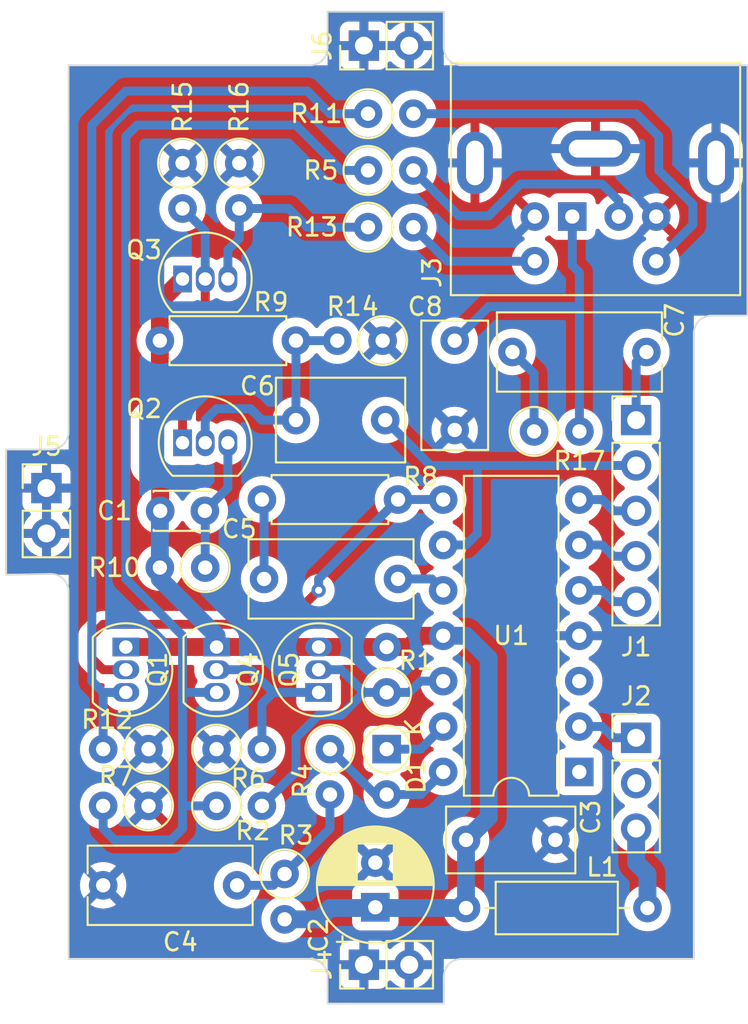
<source format=kicad_pcb>
(kicad_pcb (version 20221018) (generator pcbnew)
  (layers (0 "F.Cu" signal) (31 "B.Cu" signal) (34 "B.Paste" user) (35 "F.Paste" user) (36 "B.SilkS" user "B.Silkscreen") (37 "F.SilkS" user "F.Silkscreen") (38 "B.Mask" user) (39 "F.Mask" user) (44 "Edge.Cuts" user))
  (net 0 "")
  (net 1 "+5V")
  (net 2 "Net-(Q2-E)")
  (net 3 "GND")
  (net 4 "Net-(C4-Pad2)")
  (net 5 "Net-(C5-Pad1)")
  (net 6 "Net-(U1-Ci)")
  (net 7 "Net-(Q2-B)")
  (net 8 "/Luma")
  (net 9 "Net-(C7-Pad1)")
  (net 10 "/Audio in")
  (net 11 "/Audio out")
  (net 12 "Net-(D1-K)")
  (net 13 "Net-(D1-A)")
  (net 14 "/Phase A")
  (net 15 "/Color Ref")
  (net 16 "/Phase B")
  (net 17 "/Clk 3.58 MHz")
  (net 18 "/Ch. Switch")
  (net 19 "/+5V in")
  (net 20 "/Composite_out")
  (net 21 "/Luma_out")
  (net 22 "Net-(Q1-B)")
  (net 23 "Net-(Q1-E)")
  (net 24 "Net-(Q2-C)")
  (net 25 "Net-(Q3-E)")
  (net 26 "Net-(Q4-C)")
  (net 27 "Net-(Q4-B)")
  (net 28 "Net-(Q5-E)")
  (net 31 "/Chroma_out")
  (footprint "Capacitor_THT:C_Rect_L9.0mm_W4.2mm_P7.50mm_MKT" (layer "F.Cu") (at 224.85 66.04)
    (fp_text reference "C7" (at 9.084 -1.778 -90) (layer "F.SilkS"))
    (fp_text value "100n")
    (pad "1" thru_hole circle (at 0 0) (size 1.6 1.6) (drill 0.8) (layers "*.Cu" "*.Mask") (net 9 "Net-(C7-Pad1)"))
    (pad "2" thru_hole circle (at 7.5 0) (size 1.6 1.6) (drill 0.8) (layers "*.Cu" "*.Mask") (net 10 "/Audio in"))
  )
  (footprint "Resistor_THT:R_Axial_DIN0207_L6.3mm_D2.5mm_P2.54mm_Vertical" (layer "F.Cu") (at 204.47 88.265 180)
    (fp_text reference "R12" (at 2.315 1.651) (layer "F.SilkS"))
    (fp_text value "470R")
    (pad "1" thru_hole circle (at 0 0 180) (size 1.6 1.6) (drill 0.8) (layers "*.Cu" "*.Mask") (net 3 "GND"))
    (pad "2" thru_hole oval (at 2.54 0 180) (size 1.6 1.6) (drill 0.8) (layers "*.Cu" "*.Mask") (net 23 "Net-(Q1-E)"))
  )
  (footprint "Connector_PinHeader_2.54mm:PinHeader_1x02_P2.54mm_Vertical" (layer "F.Cu") (at 216.53 48.895 90)
    (fp_text reference "J6" (at 0 -2.33 90) (layer "F.SilkS"))
    (fp_text value "GND_N")
    (pad "1" thru_hole rect (at 0 0 90) (size 1.7 1.7) (drill 1) (layers "*.Cu" "*.Mask") (net 3 "GND"))
    (pad "2" thru_hole oval (at 0 2.54 90) (size 1.7 1.7) (drill 1) (layers "*.Cu" "*.Mask") (net 3 "GND"))
  )
  (footprint "Capacitor_THT:C_Disc_D3.0mm_W2.0mm_P2.50mm" (layer "F.Cu") (at 205.125 74.93)
    (fp_text reference "C1" (at -2.56 0) (layer "F.SilkS"))
    (fp_text value "100p")
    (pad "1" thru_hole circle (at 0 0) (size 1.6 1.6) (drill 0.8) (layers "*.Cu" "*.Mask") (net 1 "+5V"))
    (pad "2" thru_hole circle (at 2.5 0) (size 1.6 1.6) (drill 0.8) (layers "*.Cu" "*.Mask") (net 2 "Net-(Q2-E)"))
  )
  (footprint "Capacitor_THT:CP_Radial_D6.3mm_P2.50mm" (layer "F.Cu") (at 217.17 97.115 90)
    (fp_text reference "C2" (at -1.564 -3.175 90) (layer "F.SilkS"))
    (fp_text value "220u")
    (pad "1" thru_hole rect (at 0 0 90) (size 1.6 1.6) (drill 0.8) (layers "*.Cu" "*.Mask") (net 1 "+5V"))
    (pad "2" thru_hole circle (at 2.5 0 90) (size 1.6 1.6) (drill 0.8) (layers "*.Cu" "*.Mask") (net 3 "GND"))
  )
  (footprint "Connector_PinHeader_2.54mm:PinHeader_1x02_P2.54mm_Vertical" (layer "F.Cu") (at 216.53 100.33 90)
    (fp_text reference "J4" (at 0 -2.33 90) (layer "F.SilkS"))
    (fp_text value "GND_S")
    (pad "1" thru_hole rect (at 0 0 90) (size 1.7 1.7) (drill 1) (layers "*.Cu" "*.Mask") (net 3 "GND"))
    (pad "2" thru_hole oval (at 0 2.54 90) (size 1.7 1.7) (drill 1) (layers "*.Cu" "*.Mask") (net 3 "GND"))
  )
  (footprint "Package_DIP:DIP-14_W7.62mm" (layer "F.Cu") (at 228.59 89.54 180)
    (fp_text reference "U1" (at 3.81 7.625) (layer "F.SilkS"))
    (fp_text value "MC1372P")
    (pad "1" thru_hole rect (at 0 0 180) (size 1.6 1.6) (drill 0.8) (layers "*.Cu" "*.Mask"))
    (pad "2" thru_hole oval (at 0 2.54 180) (size 1.6 1.6) (drill 0.8) (layers "*.Cu" "*.Mask") (net 17 "/Clk 3.58 MHz"))
    (pad "3" thru_hole oval (at 0 5.08 180) (size 1.6 1.6) (drill 0.8) (layers "*.Cu" "*.Mask"))
    (pad "4" thru_hole oval (at 0 7.62 180) (size 1.6 1.6) (drill 0.8) (layers "*.Cu" "*.Mask") (net 3 "GND"))
    (pad "5" thru_hole oval (at 0 10.16 180) (size 1.6 1.6) (drill 0.8) (layers "*.Cu" "*.Mask") (net 16 "/Phase B"))
    (pad "6" thru_hole oval (at 0 12.7 180) (size 1.6 1.6) (drill 0.8) (layers "*.Cu" "*.Mask") (net 15 "/Color Ref"))
    (pad "7" thru_hole oval (at 0 15.24 180) (size 1.6 1.6) (drill 0.8) (layers "*.Cu" "*.Mask") (net 14 "/Phase A"))
    (pad "8" thru_hole oval (at 7.62 15.24 180) (size 1.6 1.6) (drill 0.8) (layers "*.Cu" "*.Mask") (net 22 "Net-(Q1-B)"))
    (pad "9" thru_hole oval (at 7.62 12.7 180) (size 1.6 1.6) (drill 0.8) (layers "*.Cu" "*.Mask") (net 8 "/Luma"))
    (pad "10" thru_hole oval (at 7.62 10.16 180) (size 1.6 1.6) (drill 0.8) (layers "*.Cu" "*.Mask") (net 6 "Net-(U1-Ci)"))
    (pad "11" thru_hole oval (at 7.62 7.62 180) (size 1.6 1.6) (drill 0.8) (layers "*.Cu" "*.Mask") (net 1 "+5V"))
    (pad "12" thru_hole oval (at 7.62 5.08 180) (size 1.6 1.6) (drill 0.8) (layers "*.Cu" "*.Mask") (net 27 "Net-(Q4-B)"))
    (pad "13" thru_hole oval (at 7.62 2.54 180) (size 1.6 1.6) (drill 0.8) (layers "*.Cu" "*.Mask") (net 12 "Net-(D1-K)"))
    (pad "14" thru_hole oval (at 7.62 0 180) (size 1.6 1.6) (drill 0.8) (layers "*.Cu" "*.Mask") (net 13 "Net-(D1-A)"))
  )
  (footprint "Resistor_THT:R_Axial_DIN0207_L6.3mm_D2.5mm_P2.54mm_Vertical" (layer "F.Cu") (at 206.375 55.47 -90)
    (fp_text reference "R15" (at -3.146 0 -270) (layer "F.SilkS"))
    (fp_text value "680R")
    (pad "1" thru_hole circle (at 0 0 270) (size 1.6 1.6) (drill 0.8) (layers "*.Cu" "*.Mask") (net 3 "GND"))
    (pad "2" thru_hole oval (at 2.54 0 270) (size 1.6 1.6) (drill 0.8) (layers "*.Cu" "*.Mask") (net 24 "Net-(Q2-C)"))
  )
  (footprint "Resistor_THT:R_Axial_DIN0207_L6.3mm_D2.5mm_P2.54mm_Vertical" (layer "F.Cu") (at 226.06 70.485)
    (fp_text reference "R17" (at 2.54 1.651) (layer "F.SilkS"))
    (fp_text value "3k9")
    (pad "1" thru_hole circle (at 0 0) (size 1.6 1.6) (drill 0.8) (layers "*.Cu" "*.Mask") (net 9 "Net-(C7-Pad1)"))
    (pad "2" thru_hole oval (at 2.54 0) (size 1.6 1.6) (drill 0.8) (layers "*.Cu" "*.Mask") (net 11 "/Audio out"))
  )
  (footprint "Inductor_THT:L_Axial_L6.6mm_D2.7mm_P10.16mm_Horizontal_Vishay_IM-2" (layer "F.Cu") (at 232.41 97.155 180)
    (fp_text reference "L1" (at 2.54 2.286) (layer "F.SilkS"))
    (fp_text value "10u")
    (pad "1" thru_hole circle (at 0 0 180) (size 1.6 1.6) (drill 0.8) (layers "*.Cu" "*.Mask") (net 19 "/+5V in"))
    (pad "2" thru_hole oval (at 10.16 0 180) (size 1.6 1.6) (drill 0.8) (layers "*.Cu" "*.Mask") (net 1 "+5V"))
  )
  (footprint "Resistor_THT:R_Axial_DIN0207_L6.3mm_D2.5mm_P2.54mm_Vertical" (layer "F.Cu") (at 208.28 88.265)
    (fp_text reference "R6" (at 1.778 1.651) (layer "F.SilkS"))
    (fp_text value "3k3")
    (pad "1" thru_hole circle (at 0 0) (size 1.6 1.6) (drill 0.8) (layers "*.Cu" "*.Mask") (net 3 "GND"))
    (pad "2" thru_hole oval (at 2.54 0) (size 1.6 1.6) (drill 0.8) (layers "*.Cu" "*.Mask") (net 26 "Net-(Q4-C)"))
  )
  (footprint "Package_TO_SOT_THT:TO-92_Inline" (layer "F.Cu") (at 213.995 85.09 90)
    (fp_text reference "Q4" (at 1.27 -3.937 90) (layer "F.SilkS"))
    (fp_text value "BC557")
    (pad "1" thru_hole rect (at 0 0 90) (size 1.05 1.5) (drill 0.75) (layers "*.Cu" "*.Mask") (net 26 "Net-(Q4-C)"))
    (pad "2" thru_hole oval (at 1.27 0 90) (size 1.05 1.5) (drill 0.75) (layers "*.Cu" "*.Mask") (net 27 "Net-(Q4-B)"))
    (pad "3" thru_hole oval (at 2.54 0 90) (size 1.05 1.5) (drill 0.75) (layers "*.Cu" "*.Mask") (net 1 "+5V"))
  )
  (footprint "Resistor_THT:R_Axial_DIN0207_L6.3mm_D2.5mm_P2.54mm_Vertical" (layer "F.Cu") (at 204.47 91.44 180)
    (fp_text reference "R7" (at 1.807 1.651) (layer "F.SilkS"))
    (fp_text value "470R")
    (pad "1" thru_hole circle (at 0 0 180) (size 1.6 1.6) (drill 0.8) (layers "*.Cu" "*.Mask") (net 3 "GND"))
    (pad "2" thru_hole oval (at 2.54 0 180) (size 1.6 1.6) (drill 0.8) (layers "*.Cu" "*.Mask") (net 28 "Net-(Q5-E)"))
  )
  (footprint "Diode_THT:D_DO-35_SOD27_P2.54mm_Vertical_AnodeUp" (layer "F.Cu") (at 217.805 88.265 -90)
    (fp_text reference "D1" (at 1.524 -1.651 -90) (layer "F.SilkS"))
    (fp_text value "1N4148")
    (pad "1" thru_hole rect (at 0 0 270) (size 1.6 1.6) (drill 0.8) (layers "*.Cu" "*.Mask") (net 12 "Net-(D1-K)"))
    (pad "2" thru_hole oval (at 2.54 0 270) (size 1.6 1.6) (drill 0.8) (layers "*.Cu" "*.Mask") (net 13 "Net-(D1-A)"))
  )
  (footprint "Connector_PinHeader_2.54mm:PinHeader_1x02_P2.54mm_Vertical" (layer "F.Cu") (at 198.755 73.655)
    (fp_text reference "J5" (at 0 -2.33) (layer "F.SilkS"))
    (fp_text value "GND_W")
    (pad "1" thru_hole rect (at 0 0) (size 1.7 1.7) (drill 1) (layers "*.Cu" "*.Mask") (net 3 "GND"))
    (pad "2" thru_hole oval (at 0 2.54) (size 1.7 1.7) (drill 1) (layers "*.Cu" "*.Mask") (net 3 "GND"))
  )
  (footprint "Package_TO_SOT_THT:TO-92_Inline" (layer "F.Cu") (at 203.2 82.55 -90)
    (fp_text reference "Q1" (at 1.27 -1.778 90) (layer "F.SilkS"))
    (fp_text value "BC547")
    (pad "1" thru_hole rect (at 0 0 270) (size 1.05 1.5) (drill 0.75) (layers "*.Cu" "*.Mask") (net 1 "+5V"))
    (pad "2" thru_hole oval (at 1.27 0 270) (size 1.05 1.5) (drill 0.75) (layers "*.Cu" "*.Mask") (net 22 "Net-(Q1-B)"))
    (pad "3" thru_hole oval (at 2.54 0 270) (size 1.05 1.5) (drill 0.75) (layers "*.Cu" "*.Mask") (net 23 "Net-(Q1-E)"))
  )
  (footprint "Resistor_THT:R_Axial_DIN0207_L6.3mm_D2.5mm_P2.54mm_Vertical" (layer "F.Cu") (at 208.28 91.44)
    (fp_text reference "R2" (at 2.032 1.397) (layer "F.SilkS"))
    (fp_text value "5k6")
    (pad "1" thru_hole circle (at 0 0) (size 1.6 1.6) (drill 0.8) (layers "*.Cu" "*.Mask") (net 28 "Net-(Q5-E)"))
    (pad "2" thru_hole oval (at 2.54 0) (size 1.6 1.6) (drill 0.8) (layers "*.Cu" "*.Mask") (net 27 "Net-(Q4-B)"))
  )
  (footprint "Package_TO_SOT_THT:TO-92_Inline" (layer "F.Cu") (at 208.28 82.55 -90)
    (fp_text reference "Q5" (at 1.27 -4.064 90) (layer "F.SilkS"))
    (fp_text value "BC547")
    (pad "1" thru_hole rect (at 0 0 270) (size 1.05 1.5) (drill 0.75) (layers "*.Cu" "*.Mask") (net 1 "+5V"))
    (pad "2" thru_hole oval (at 1.27 0 270) (size 1.05 1.5) (drill 0.75) (layers "*.Cu" "*.Mask") (net 26 "Net-(Q4-C)"))
    (pad "3" thru_hole oval (at 2.54 0 270) (size 1.05 1.5) (drill 0.75) (layers "*.Cu" "*.Mask") (net 28 "Net-(Q5-E)"))
  )
  (footprint "Resistor_THT:R_Axial_DIN0207_L6.3mm_D2.5mm_P7.62mm_Horizontal" (layer "F.Cu") (at 212.725 65.405 180)
    (fp_text reference "R9" (at 1.397 2.159 180) (layer "F.SilkS"))
    (fp_text value "4k7")
    (pad "1" thru_hole circle (at 0 0 180) (size 1.6 1.6) (drill 0.8) (layers "*.Cu" "*.Mask") (net 7 "Net-(Q2-B)"))
    (pad "2" thru_hole oval (at 7.62 0 180) (size 1.6 1.6) (drill 0.8) (layers "*.Cu" "*.Mask") (net 1 "+5V"))
  )
  (footprint "Resistor_THT:R_Axial_DIN0207_L6.3mm_D2.5mm_P2.54mm_Vertical" (layer "F.Cu") (at 207.645 78.105 180)
    (fp_text reference "R10" (at 5.08 0) (layer "F.SilkS"))
    (fp_text value "330R")
    (pad "1" thru_hole circle (at 0 0 180) (size 1.6 1.6) (drill 0.8) (layers "*.Cu" "*.Mask") (net 2 "Net-(Q2-E)"))
    (pad "2" thru_hole oval (at 2.54 0 180) (size 1.6 1.6) (drill 0.8) (layers "*.Cu" "*.Mask") (net 1 "+5V"))
  )
  (footprint "Capacitor_THT:C_Rect_L9.0mm_W4.2mm_P7.50mm_MKT" (layer "F.Cu") (at 210.94 78.74)
    (fp_text reference "C5" (at -1.39 -2.794) (layer "F.SilkS"))
    (fp_text value "100n")
    (pad "1" thru_hole circle (at 0 0) (size 1.6 1.6) (drill 0.8) (layers "*.Cu" "*.Mask") (net 5 "Net-(C5-Pad1)"))
    (pad "2" thru_hole circle (at 7.5 0) (size 1.6 1.6) (drill 0.8) (layers "*.Cu" "*.Mask") (net 6 "Net-(U1-Ci)"))
  )
  (footprint "Resistor_THT:R_Axial_DIN0207_L6.3mm_D2.5mm_P2.54mm_Vertical" (layer "F.Cu") (at 216.76 59.055)
    (fp_text reference "R13" (at -3.146 0) (layer "F.SilkS"))
    (fp_text value "75R")
    (pad "1" thru_hole circle (at 0 0) (size 1.6 1.6) (drill 0.8) (layers "*.Cu" "*.Mask") (net 25 "Net-(Q3-E)"))
    (pad "2" thru_hole oval (at 2.54 0) (size 1.6 1.6) (drill 0.8) (layers "*.Cu" "*.Mask") (net 21 "/Luma_out"))
  )
  (footprint "Capacitor_THT:C_Rect_L7.0mm_W3.5mm_P5.00mm" (layer "F.Cu") (at 221.615 70.405 90)
    (fp_text reference "C8" (at 6.905 -1.651 180) (layer "F.SilkS"))
    (fp_text value "22n")
    (pad "1" thru_hole circle (at 0 0 90) (size 1.6 1.6) (drill 0.8) (layers "*.Cu" "*.Mask") (net 3 "GND"))
    (pad "2" thru_hole circle (at 5 0 90) (size 1.6 1.6) (drill 0.8) (layers "*.Cu" "*.Mask") (net 11 "/Audio out"))
  )
  (footprint "Capacitor_THT:C_Rect_L9.0mm_W4.2mm_P7.50mm_MKT" (layer "F.Cu") (at 201.93 95.885)
    (fp_text reference "C4" (at 4.318 3.175) (layer "F.SilkS"))
    (fp_text value "100n")
    (pad "1" thru_hole circle (at 0 0) (size 1.6 1.6) (drill 0.8) (layers "*.Cu" "*.Mask") (net 3 "GND"))
    (pad "2" thru_hole circle (at 7.5 0) (size 1.6 1.6) (drill 0.8) (layers "*.Cu" "*.Mask") (net 4 "Net-(C4-Pad2)"))
  )
  (footprint "Resistor_THT:R_Axial_DIN0207_L6.3mm_D2.5mm_P2.54mm_Vertical" (layer "F.Cu") (at 217.58 65.405 180)
    (fp_text reference "R14" (at 1.68 1.905) (layer "F.SilkS"))
    (fp_text value "10k")
    (pad "1" thru_hole circle (at 0 0 180) (size 1.6 1.6) (drill 0.8) (layers "*.Cu" "*.Mask") (net 3 "GND"))
    (pad "2" thru_hole oval (at 2.54 0 180) (size 1.6 1.6) (drill 0.8) (layers "*.Cu" "*.Mask") (net 7 "Net-(Q2-B)"))
  )
  (footprint "Capacitor_THT:C_Rect_L7.0mm_W3.5mm_P5.00mm" (layer "F.Cu") (at 222.25 93.345)
    (fp_text reference "C3" (at 6.985 -1.27 90) (layer "F.SilkS"))
    (fp_text value "22n")
    (pad "1" thru_hole circle (at 0 0) (size 1.6 1.6) (drill 0.8) (layers "*.Cu" "*.Mask") (net 1 "+5V"))
    (pad "2" thru_hole circle (at 5 0) (size 1.6 1.6) (drill 0.8) (layers "*.Cu" "*.Mask") (net 3 "GND"))
  )
  (footprint "Package_TO_SOT_THT:TO-92_Inline" (layer "F.Cu") (at 206.375 71.12)
    (fp_text reference "Q2" (at -2.159 -1.905) (layer "F.SilkS"))
    (fp_text value "BC557")
    (pad "1" thru_hole rect (at 0 0) (size 1.05 1.5) (drill 0.75) (layers "*.Cu" "*.Mask") (net 24 "Net-(Q2-C)"))
    (pad "2" thru_hole oval (at 1.27 0) (size 1.05 1.5) (drill 0.75) (layers "*.Cu" "*.Mask") (net 7 "Net-(Q2-B)"))
    (pad "3" thru_hole oval (at 2.54 0) (size 1.05 1.5) (drill 0.75) (layers "*.Cu" "*.Mask") (net 2 "Net-(Q2-E)"))
  )
  (footprint "Connector_PinHeader_2.54mm:PinHeader_1x05_P2.54mm_Vertical" (layer "F.Cu") (at 231.775 69.85)
    (fp_text reference "J1" (at 0 12.7 180) (layer "F.SilkS"))
    (fp_text value "20261043")
    (pad "1" thru_hole rect (at 0 0) (size 1.7 1.7) (drill 1) (layers "*.Cu" "*.Mask") (net 10 "/Audio in"))
    (pad "2" thru_hole oval (at 0 2.54) (size 1.7 1.7) (drill 1) (layers "*.Cu" "*.Mask") (net 8 "/Luma"))
    (pad "3" thru_hole oval (at 0 5.08) (size 1.7 1.7) (drill 1) (layers "*.Cu" "*.Mask") (net 14 "/Phase A"))
    (pad "4" thru_hole oval (at 0 7.62) (size 1.7 1.7) (drill 1) (layers "*.Cu" "*.Mask") (net 15 "/Color Ref"))
    (pad "5" thru_hole oval (at 0 10.16) (size 1.7 1.7) (drill 1) (layers "*.Cu" "*.Mask") (net 16 "/Phase B"))
  )
  (footprint "Resistor_THT:R_Axial_DIN0207_L6.3mm_D2.5mm_P2.54mm_Vertical" (layer "F.Cu") (at 209.55 55.47 -90)
    (fp_text reference "R16" (at -3.146 0 -270) (layer "F.SilkS"))
    (fp_text value "470R")
    (pad "1" thru_hole circle (at 0 0 270) (size 1.6 1.6) (drill 0.8) (layers "*.Cu" "*.Mask") (net 3 "GND"))
    (pad "2" thru_hole oval (at 2.54 0 270) (size 1.6 1.6) (drill 0.8) (layers "*.Cu" "*.Mask") (net 25 "Net-(Q3-E)"))
  )
  (footprint "Capacitor_THT:C_Rect_L7.0mm_W4.5mm_P5.00mm" (layer "F.Cu") (at 212.725 69.85)
    (fp_text reference "C6" (at -2.159 -1.905) (layer "F.SilkS"))
    (fp_text value "1u")
    (pad "1" thru_hole circle (at 0 0) (size 1.6 1.6) (drill 0.8) (layers "*.Cu" "*.Mask") (net 7 "Net-(Q2-B)"))
    (pad "2" thru_hole circle (at 5 0) (size 1.6 1.6) (drill 0.8) (layers "*.Cu" "*.Mask") (net 8 "/Luma"))
  )
  (footprint "Custom_Footprints:Connector_Mini-DIN_Female_6Pin_2rows" (layer "F.Cu") (at 229.5 58.46 180)
    (fp_text reference "J3" (at 9.155 -3.135 90) (layer "F.SilkS"))
    (fp_text value "Video")
    (pad "1" thru_hole rect (at 1.3 0 180) (size 1.6 1.6) (drill 0.8) (layers "*.Cu" "*.Mask") (net 11 "/Audio out"))
    (pad "2" thru_hole circle (at -1.3 0 180) (size 1.6 1.6) (drill 0.8) (layers "*.Cu" "*.Mask") (net 20 "/Composite_out"))
    (pad "3" thru_hole circle (at 3.4 0 180) (size 1.6 1.6) (drill 0.8) (layers "*.Cu" "*.Mask") (net 3 "GND"))
    (pad "4" thru_hole circle (at -3.4 0 180) (size 1.6 1.6) (drill 0.8) (layers "*.Cu" "*.Mask") (net 3 "GND"))
    (pad "5" thru_hole circle (at 3.4 -2.5 180) (size 1.6 1.6) (drill 0.8) (layers "*.Cu" "*.Mask") (net 21 "/Luma_out"))
    (pad "6" thru_hole circle (at -3.4 -2.5 180) (size 1.6 1.6) (drill 0.8) (layers "*.Cu" "*.Mask") (net 31 "/Chroma_out"))
    (pad "7" thru_hole oval (at -6.75 3 180) (size 2 3.5) (drill oval 1 2.5) (layers "*.Cu" "*.Mask") (net 3 "GND"))
    (pad "7" thru_hole oval (at 0 3.8 180) (size 4 2) (drill oval 3 1) (layers "*.Cu" "*.Mask") (net 3 "GND"))
    (pad "7" thru_hole oval (at 6.75 3 180) (size 2 3.5) (drill oval 1 2.5) (layers "*.Cu" "*.Mask") (net 3 "GND"))
  )
  (footprint "Resistor_THT:R_Axial_DIN0207_L6.3mm_D2.5mm_P2.54mm_Vertical" (layer "F.Cu") (at 212.09 95.25 -90)
    (fp_text reference "R3" (at -2.159 -0.635 -180) (layer "F.SilkS"))
    (fp_text value "220R")
    (pad "1" thru_hole circle (at 0 0 270) (size 1.6 1.6) (drill 0.8) (layers "*.Cu" "*.Mask") (net 4 "Net-(C4-Pad2)"))
    (pad "2" thru_hole oval (at 2.54 0 270) (size 1.6 1.6) (drill 0.8) (layers "*.Cu" "*.Mask") (net 1 "+5V"))
  )
  (footprint "Connector_PinHeader_2.54mm:PinHeader_1x03_P2.54mm_Vertical" (layer "F.Cu") (at 231.775 87.63)
    (fp_text reference "J2" (at 0 -2.33) (layer "F.SilkS"))
    (fp_text value "to PCB")
    (pad "1" thru_hole rect (at 0 0) (size 1.7 1.7) (drill 1) (layers "*.Cu" "*.Mask") (net 17 "/Clk 3.58 MHz"))
    (pad "2" thru_hole oval (at 0 2.54) (size 1.7 1.7) (drill 1) (layers "*.Cu" "*.Mask") (net 18 "/Ch. Switch"))
    (pad "3" thru_hole oval (at 0 5.08) (size 1.7 1.7) (drill 1) (layers "*.Cu" "*.Mask") (net 19 "/+5V in"))
  )
  (footprint "Package_TO_SOT_THT:TO-92_Inline" (layer "F.Cu") (at 206.375 61.955)
    (fp_text reference "Q3" (at -2.159 -1.63) (layer "F.SilkS"))
    (fp_text value "BC547")
    (pad "1" thru_hole rect (at 0 0) (size 1.05 1.5) (drill 0.75) (layers "*.Cu" "*.Mask") (net 1 "+5V"))
    (pad "2" thru_hole oval (at 1.27 0) (size 1.05 1.5) (drill 0.75) (layers "*.Cu" "*.Mask") (net 24 "Net-(Q2-C)"))
    (pad "3" thru_hole oval (at 2.54 0) (size 1.05 1.5) (drill 0.75) (layers "*.Cu" "*.Mask") (net 25 "Net-(Q3-E)"))
  )
  (footprint "Resistor_THT:R_Axial_DIN0207_L6.3mm_D2.5mm_P2.54mm_Vertical" (layer "F.Cu") (at 216.76 55.88)
    (fp_text reference "R5" (at -2.638 0) (layer "F.SilkS"))
    (fp_text value "75R")
    (pad "1" thru_hole circle (at 0 0) (size 1.6 1.6) (drill 0.8) (layers "*.Cu" "*.Mask") (net 28 "Net-(Q5-E)"))
    (pad "2" thru_hole oval (at 2.54 0) (size 1.6 1.6) (drill 0.8) (layers "*.Cu" "*.Mask") (net 20 "/Composite_out"))
  )
  (footprint "Resistor_THT:R_Axial_DIN0207_L6.3mm_D2.5mm_P2.54mm_Vertical" (layer "F.Cu") (at 217.805 85.09 90)
    (fp_text reference "R1" (at 1.778 1.651 180) (layer "F.SilkS"))
    (fp_text value "680R")
    (pad "1" thru_hole circle (at 0 0 90) (size 1.6 1.6) (drill 0.8) (layers "*.Cu" "*.Mask") (net 27 "Net-(Q4-B)"))
    (pad "2" thru_hole oval (at 2.54 0 90) (size 1.6 1.6) (drill 0.8) (layers "*.Cu" "*.Mask") (net 1 "+5V"))
  )
  (footprint "Resistor_THT:R_Axial_DIN0207_L6.3mm_D2.5mm_P2.54mm_Vertical" (layer "F.Cu") (at 216.76 52.705)
    (fp_text reference "R11" (at -2.892 0) (layer "F.SilkS"))
    (fp_text value "75R")
    (pad "1" thru_hole circle (at 0 0) (size 1.6 1.6) (drill 0.8) (layers "*.Cu" "*.Mask") (net 23 "Net-(Q1-E)"))
    (pad "2" thru_hole oval (at 2.54 0) (size 1.6 1.6) (drill 0.8) (layers "*.Cu" "*.Mask") (net 31 "/Chroma_out"))
  )
  (footprint "Resistor_THT:R_Axial_DIN0207_L6.3mm_D2.5mm_P2.54mm_Vertical" (layer "F.Cu") (at 214.63 88.265 -90)
    (fp_text reference "R4" (at 1.778 1.524 90) (layer "F.SilkS"))
    (fp_text value "220R")
    (pad "1" thru_hole circle (at 0 0 270) (size 1.6 1.6) (drill 0.8) (layers "*.Cu" "*.Mask") (net 13 "Net-(D1-A)"))
    (pad "2" thru_hole oval (at 2.54 0 270) (size 1.6 1.6) (drill 0.8) (layers "*.Cu" "*.Mask") (net 4 "Net-(C4-Pad2)"))
  )
  (footprint "Resistor_THT:R_Axial_DIN0207_L6.3mm_D2.5mm_P7.62mm_Horizontal" (layer "F.Cu") (at 210.82 74.295)
    (fp_text reference "R8" (at 8.89 -1.27) (layer "F.SilkS"))
    (fp_text value "680R")
    (pad "1" thru_hole circle (at 0 0) (size 1.6 1.6) (drill 0.8) (layers "*.Cu" "*.Mask") (net 5 "Net-(C5-Pad1)"))
    (pad "2" thru_hole oval (at 7.62 0) (size 1.6 1.6) (drill 0.8) (layers "*.Cu" "*.Mask") (net 22 "Net-(Q1-B)"))
  )
  (gr_line (start 196.5 71.5) (end 196.5 78.5) (stroke (width 0.1)) (layer "Edge.Cuts"))
  (gr_line (start 221.000001 47) (end 221.000001 48.999999) (stroke (width 0.1)) (layer "Edge.Cuts"))
  (gr_line (start 200 100) (end 200 79.457107) (stroke (width 0.1)) (layer "Edge.Cuts"))
  (gr_arc (start 221 101) (mid 221.292893 100.292893) (end 222 100) (stroke (width 0.1)) (layer "Edge.Cuts"))
  (gr_line (start 221 102.5) (end 214.5 102.5) (stroke (width 0.1)) (layer "Edge.Cuts"))
  (gr_line (start 238 50) (end 222.000001 49.999999) (stroke (width 0.1)) (layer "Edge.Cuts"))
  (gr_arc (start 199 78.457107) (mid 199.707107 78.75) (end 200 79.457107) (stroke (width 0.1)) (layer "Edge.Cuts"))
  (gr_line (start 196.5 78.5) (end 199 78.457107) (stroke (width 0.1)) (layer "Edge.Cuts"))
  (gr_line (start 214.5 49) (end 214.5 47) (stroke (width 0.1)) (layer "Edge.Cuts"))
  (gr_arc (start 235 65) (mid 235.292893 64.292893) (end 236 64) (stroke (width 0.1)) (layer "Edge.Cuts"))
  (gr_line (start 236 64) (end 238 64) (stroke (width 0.1)) (layer "Edge.Cuts"))
  (gr_arc (start 213.5 100) (mid 214.207107 100.292893) (end 214.5 101) (stroke (width 0.1)) (layer "Edge.Cuts"))
  (gr_line (start 199 71.5) (end 196.5 71.5) (stroke (width 0.1)) (layer "Edge.Cuts"))
  (gr_line (start 235 100) (end 222 100) (stroke (width 0.1)) (layer "Edge.Cuts"))
  (gr_arc (start 214.5 49) (mid 214.207107 49.707107) (end 213.5 50) (stroke (width 0.1)) (layer "Edge.Cuts"))
  (gr_line (start 214.5 102.5) (end 214.5 101) (stroke (width 0.1)) (layer "Edge.Cuts"))
  (gr_line (start 213.5 100) (end 200 100) (stroke (width 0.1)) (layer "Edge.Cuts"))
  (gr_line (start 238 64) (end 238 50) (stroke (width 0.1)) (layer "Edge.Cuts"))
  (gr_arc (start 222.000001 49.999999) (mid 221.292894 49.707106) (end 221.000001 48.999999) (stroke (width 0.1)) (layer "Edge.Cuts"))
  (gr_arc (start 200 70.5) (mid 199.707107 71.207107) (end 199 71.5) (stroke (width 0.1)) (layer "Edge.Cuts"))
  (gr_line (start 200 50) (end 213.5 50) (stroke (width 0.1)) (layer "Edge.Cuts"))
  (gr_line (start 221 101) (end 221 102.5) (stroke (width 0.1)) (layer "Edge.Cuts"))
  (gr_line (start 214.5 47) (end 221.000001 47) (stroke (width 0.1)) (layer "Edge.Cuts"))
  (gr_line (start 200 70.5) (end 200 50) (stroke (width 0.1)) (layer "Edge.Cuts"))
  (gr_line (start 235 100) (end 235 65) (stroke (width 0.1)) (layer "Edge.Cuts"))
  (gr_text "K" (at 219.964 87.63 90) (layer "F.SilkS") (effects (font (size 1 1)) (justify left bottom)))
  (segment (start 205.125 73.045) (end 204.47 72.39) (width 1) (layer "F.Cu") (net 1))
  (segment (start 219.075 82.55) (end 219.705 81.92) (width 1) (layer "F.Cu") (net 1))
  (segment (start 204.47 69.85) (end 205.105 69.215) (width 1) (layer "F.Cu") (net 1))
  (segment (start 204.47 72.39) (end 204.47 69.85) (width 1) (layer "F.Cu") (net 1))
  (segment (start 205.105 69.215) (end 205.105 65.405) (width 1) (layer "F.Cu") (net 1))
  (segment (start 217.805 82.55) (end 219.075 82.55) (width 1) (layer "F.Cu") (net 1))
  (segment (start 217.805 82.55) (end 213.995 82.55) (width 1) (layer "F.Cu") (net 1))
  (segment (start 219.705 81.92) (end 220.97 81.92) (width 1) (layer "F.Cu") (net 1))
  (segment (start 205.105 63.225) (end 206.375 61.955) (width 1) (layer "F.Cu") (net 1))
  (segment (start 217.81 82.555) (end 217.805 82.55) (width 1) (layer "F.Cu") (net 1))
  (segment (start 205.105 65.405) (end 205.105 63.225) (width 1) (layer "F.Cu") (net 1))
  (segment (start 205.125 74.93) (end 205.125 73.045) (width 1) (layer "F.Cu") (net 1))
  (segment (start 213.995 82.55) (end 208.28 82.55) (width 1) (layer "F.Cu") (net 1))
  (segment (start 208.28 82.55) (end 203.2 82.55) (width 1) (layer "F.Cu") (net 1))
  (segment (start 205.105 78.105) (end 205.105 74.95) (width 1) (layer "B.Cu") (net 1))
  (segment (start 222.25 97.155) (end 222.25 93.345) (width 1) (layer "B.Cu") (net 1))
  (segment (start 214.63 97.155) (end 217.17 97.155) (width 1) (layer "B.Cu") (net 1))
  (segment (start 205.105 74.95) (end 205.125 74.93) (width 1) (layer "B.Cu") (net 1))
  (segment (start 223.52 92.075) (end 222.25 93.345) (width 1) (layer "B.Cu") (net 1))
  (segment (start 212.09 97.79) (end 213.995 97.79) (width 1) (layer "B.Cu") (net 1))
  (segment (start 213.995 97.79) (end 214.63 97.155) (width 1) (layer "B.Cu") (net 1))
  (segment (start 205.105 78.74) (end 205.105 78.105) (width 1) (layer "B.Cu") (net 1))
  (segment (start 220.97 81.92) (end 222.255 81.92) (width 1) (layer "B.Cu") (net 1))
  (segment (start 208.28 81.915) (end 205.105 78.74) (width 1) (layer "B.Cu") (net 1))
  (segment (start 217.17 97.155) (end 222.25 97.155) (width 1) (layer "B.Cu") (net 1))
  (segment (start 222.255 81.92) (end 223.52 83.185) (width 1) (layer "B.Cu") (net 1))
  (segment (start 208.28 82.55) (end 208.28 81.915) (width 1) (layer "B.Cu") (net 1))
  (segment (start 223.52 83.185) (end 223.52 92.075) (width 1) (layer "B.Cu") (net 1))
  (segment (start 207.625 74.93) (end 208.915 73.64) (width 0.5) (layer "B.Cu") (net 2))
  (segment (start 208.915 73.64) (end 208.915 71.12) (width 0.5) (layer "B.Cu") (net 2))
  (segment (start 207.645 78.105) (end 207.645 74.95) (width 0.5) (layer "B.Cu") (net 2))
  (segment (start 207.645 74.95) (end 207.625 74.93) (width 0.5) (layer "B.Cu") (net 2))
  (segment (start 230.8 54.35) (end 230.8 54.905) (width 0.5) (layer "F.Cu") (net 3))
  (segment (start 230.8 54.905) (end 230.8 54.35) (width 0.5) (layer "B.Cu") (net 3))
  (segment (start 212.09 95.25) (end 214.63 92.71) (width 0.5) (layer "B.Cu") (net 4))
  (segment (start 211.455 95.885) (end 212.09 95.25) (width 0.5) (layer "B.Cu") (net 4))
  (segment (start 214.63 92.71) (end 214.63 90.805) (width 0.5) (layer "B.Cu") (net 4))
  (segment (start 209.43 95.885) (end 211.455 95.885) (width 0.5) (layer "B.Cu") (net 4))
  (segment (start 210.94 74.415) (end 210.82 74.295) (width 0.5) (layer "B.Cu") (net 5))
  (segment (start 210.82 78.62) (end 210.94 78.74) (width 0.5) (layer "B.Cu") (net 5))
  (segment (start 210.94 78.74) (end 210.94 74.415) (width 0.5) (layer "B.Cu") (net 5))
  (segment (start 220.33 78.74) (end 220.97 79.38) (width 0.5) (layer "B.Cu") (net 6))
  (segment (start 218.44 78.74) (end 220.33 78.74) (width 0.5) (layer "B.Cu") (net 6))
  (segment (start 212.725 69.85) (end 210.82 69.85) (width 0.5) (layer "B.Cu") (net 7))
  (segment (start 212.725 65.405) (end 215.04 65.405) (width 0.5) (layer "B.Cu") (net 7))
  (segment (start 207.645 71.12) (end 207.645 69.85) (width 0.5) (layer "B.Cu") (net 7))
  (segment (start 210.82 69.85) (end 210.185 69.215) (width 0.5) (layer "B.Cu") (net 7))
  (segment (start 210.185 69.215) (end 208.28 69.215) (width 0.5) (layer "B.Cu") (net 7))
  (segment (start 207.645 69.85) (end 208.28 69.215) (width 0.5) (layer "B.Cu") (net 7))
  (segment (start 212.725 69.85) (end 212.725 65.405) (width 0.5) (layer "B.Cu") (net 7))
  (segment (start 222.885 72.39) (end 232 72.39) (width 0.5) (layer "B.Cu") (net 8))
  (segment (start 222.885 76.2) (end 222.885 72.39) (width 0.5) (layer "B.Cu") (net 8))
  (segment (start 220.265 72.39) (end 222.885 72.39) (width 0.5) (layer "B.Cu") (net 8))
  (segment (start 222.245 76.84) (end 222.885 76.2) (width 0.5) (layer "B.Cu") (net 8))
  (segment (start 217.725 69.85) (end 220.265 72.39) (width 0.5) (layer "B.Cu") (net 8))
  (segment (start 220.97 76.84) (end 222.245 76.84) (width 0.5) (layer "B.Cu") (net 8))
  (segment (start 226.06 67.25) (end 224.85 66.04) (width 0.5) (layer "B.Cu") (net 9))
  (segment (start 226.06 70.485) (end 226.06 67.25) (width 0.5) (layer "B.Cu") (net 9))
  (segment (start 231.775 69.85) (end 231.775 66.615) (width 0.5) (layer "B.Cu") (net 10))
  (segment (start 231.775 66.615) (end 232.35 66.04) (width 0.5) (layer "B.Cu") (net 10))
  (segment (start 228.6 61.595) (end 228.2 61.195) (width 0.5) (layer "B.Cu") (net 11))
  (segment (start 223.52 63.5) (end 221.615 65.405) (width 0.5) (layer "B.Cu") (net 11))
  (segment (start 228.2 61.195) (end 228.2 58.46) (width 0.5) (layer "B.Cu") (net 11))
  (segment (start 228.6 63.5) (end 228.6 61.595) (width 0.5) (layer "B.Cu") (net 11))
  (segment (start 228.6 70.485) (end 228.6 63.5) (width 0.5) (layer "B.Cu") (net 11))
  (segment (start 228.6 63.5) (end 223.52 63.5) (width 0.5) (layer "B.Cu") (net 11))
  (segment (start 217.805 88.265) (end 219.705 88.265) (width 0.5) (layer "B.Cu") (net 12))
  (segment (start 219.705 88.265) (end 220.97 87) (width 0.5) (layer "B.Cu") (net 12))
  (segment (start 219.705 90.805) (end 220.97 89.54) (width 0.5) (layer "B.Cu") (net 13))
  (segment (start 217.805 90.805) (end 217.17 90.805) (width 0.5) (layer "B.Cu") (net 13))
  (segment (start 217.805 90.805) (end 219.705 90.805) (width 0.5) (layer "B.Cu") (net 13))
  (segment (start 217.17 90.805) (end 214.63 88.265) (width 0.5) (layer "B.Cu") (net 13))
  (segment (start 229.87 74.295) (end 230.505 74.93) (width 0.5) (layer "B.Cu") (net 14))
  (segment (start 229.865 74.3) (end 229.87 74.295) (width 0.5) (layer "B.Cu") (net 14))
  (segment (start 230.505 74.93) (end 232 74.93) (width 0.5) (layer "B.Cu") (net 14))
  (segment (start 228.59 74.3) (end 229.865 74.3) (width 0.5) (layer "B.Cu") (net 14))
  (segment (start 229.865 76.84) (end 229.87 76.835) (width 0.5) (layer "B.Cu") (net 15))
  (segment (start 228.59 76.84) (end 229.865 76.84) (width 0.5) (layer "B.Cu") (net 15))
  (segment (start 229.87 76.835) (end 230.505 77.47) (width 0.5) (layer "B.Cu") (net 15))
  (segment (start 230.505 77.47) (end 232 77.47) (width 0.5) (layer "B.Cu") (net 15))
  (segment (start 229.87 79.375) (end 230.505 80.01) (width 0.5) (layer "B.Cu") (net 16))
  (segment (start 231.995 80.015) (end 232 80.01) (width 0.75) (layer "B.Cu") (net 16))
  (segment (start 230.505 80.01) (end 232 80.01) (width 0.5) (layer "B.Cu") (net 16))
  (segment (start 228.59 79.38) (end 229.865 79.38) (width 0.5) (layer "B.Cu") (net 16))
  (segment (start 229.865 79.38) (end 229.87 79.375) (width 0.5) (layer "B.Cu") (net 16))
  (segment (start 228.59 87) (end 229.865 87) (width 0.5) (layer "B.Cu") (net 17))
  (segment (start 230.505 87.63) (end 232 87.63) (width 0.5) (layer "B.Cu") (net 17))
  (segment (start 229.87 86.995) (end 230.505 87.63) (width 0.5) (layer "B.Cu") (net 17))
  (segment (start 229.865 87) (end 229.87 86.995) (width 0.5) (layer "B.Cu") (net 17))
  (segment (start 231.775 94.615) (end 231.775 92.71) (width 1) (layer "B.Cu") (net 19))
  (segment (start 232.41 97.155) (end 232.41 95.25) (width 1) (layer "B.Cu") (net 19))
  (segment (start 232.41 95.25) (end 231.775 94.615) (width 1) (layer "B.Cu") (net 19))
  (segment (start 225.298 56.642) (end 229.87 56.642) (width 0.5) (layer "B.Cu") (net 20))
  (segment (start 219.3 55.88) (end 221.84 58.42) (width 0.5) (layer "B.Cu") (net 20))
  (segment (start 221.84 58.42) (end 223.52 58.42) (width 0.5) (layer "B.Cu") (net 20))
  (segment (start 229.87 56.642) (end 230.8 57.572) (width 0.5) (layer "B.Cu") (net 20))
  (segment (start 230.8 57.572) (end 230.8 58.46) (width 0.5) (layer "B.Cu") (net 20))
  (segment (start 223.52 58.42) (end 225.298 56.642) (width 0.5) (layer "B.Cu") (net 20))
  (segment (start 221.205 60.96) (end 219.3 59.055) (width 0.5) (layer "B.Cu") (net 21))
  (segment (start 226.1 60.96) (end 221.205 60.96) (width 0.5) (layer "B.Cu") (net 21))
  (segment (start 201.295 83.185) (end 201.93 83.82) (width 0.5) (layer "F.Cu") (net 22))
  (segment (start 212.09 81.28) (end 201.93 81.28) (width 0.5) (layer "F.Cu") (net 22))
  (segment (start 201.295 81.915) (end 201.295 83.185) (width 0.5) (layer "F.Cu") (net 22))
  (segment (start 201.93 81.28) (end 201.295 81.915) (width 0.5) (layer "F.Cu") (net 22))
  (segment (start 213.995 79.375) (end 212.09 81.28) (width 0.5) (layer "F.Cu") (net 22))
  (segment (start 201.93 83.82) (end 203.2 83.82) (width 0.5) (layer "F.Cu") (net 22))
  (via (at 213.995 79.375) (size 0.8) (drill 0.4) (layers "F.Cu" "B.Cu") (net 22))
  (segment (start 213.995 79.375) (end 213.995 78.74) (width 0.5) (layer "B.Cu") (net 22))
  (segment (start 213.995 78.74) (end 218.44 74.295) (width 0.5) (layer "B.Cu") (net 22))
  (segment (start 218.44 74.295) (end 220.965 74.295) (width 0.5) (layer "B.Cu") (net 22))
  (segment (start 220.965 74.295) (end 220.97 74.3) (width 0.5) (layer "B.Cu") (net 22))
  (segment (start 214.63 52.705) (end 216.76 52.705) (width 0.5) (layer "B.Cu") (net 23))
  (segment (start 201.93 85.09) (end 201.93 88.265) (width 0.5) (layer "B.Cu") (net 23))
  (segment (start 213.36 51.435) (end 214.63 52.705) (width 0.5) (layer "B.Cu") (net 23))
  (segment (start 201.295 53.34) (end 203.2 51.435) (width 0.5) (layer "B.Cu") (net 23))
  (segment (start 203.2 51.435) (end 213.36 51.435) (width 0.5) (layer "B.Cu") (net 23))
  (segment (start 201.295 84.455) (end 201.295 53.34) (width 0.5) (layer "B.Cu") (net 23))
  (segment (start 201.93 85.09) (end 201.295 84.455) (width 0.5) (layer "B.Cu") (net 23))
  (segment (start 203.2 85.09) (end 201.93 85.09) (width 0.5) (layer "B.Cu") (net 23))
  (segment (start 206.375 71.12) (end 206.375 66.675) (width 0.5) (layer "F.Cu") (net 24))
  (segment (start 206.375 66.675) (end 207.645 65.405) (width 0.5) (layer "F.Cu") (net 24))
  (segment (start 207.645 65.405) (end 207.645 61.955) (width 0.5) (layer "F.Cu") (net 24))
  (segment (start 207.645 59.28) (end 206.375 58.01) (width 0.5) (layer "B.Cu") (net 24))
  (segment (start 207.645 61.955) (end 207.645 59.28) (width 0.5) (layer "B.Cu") (net 24))
  (segment (start 208.915 60.325) (end 209.55 59.69) (width 0.5) (layer "B.Cu") (net 25))
  (segment (start 208.915 61.955) (end 208.915 60.325) (width 0.5) (layer "B.Cu") (net 25))
  (segment (start 212.315 58.01) (end 213.36 59.055) (width 0.5) (layer "B.Cu") (net 25))
  (segment (start 209.55 58.01) (end 212.315 58.01) (width 0.5) (layer "B.Cu") (net 25))
  (segment (start 209.55 59.69) (end 209.55 58.01) (width 0.5) (layer "B.Cu") (net 25))
  (segment (start 213.36 59.055) (end 216.76 59.055) (width 0.5) (layer "B.Cu") (net 25))
  (segment (start 208.28 83.82) (end 210.185 83.82) (width 0.5) (layer "B.Cu") (net 26))
  (segment (start 210.82 85.725) (end 211.455 85.09) (width 0.5) (layer "B.Cu") (net 26))
  (segment (start 210.185 83.82) (end 211.455 85.09) (width 0.5) (layer "B.Cu") (net 26))
  (segment (start 210.82 88.265) (end 210.82 85.725) (width 0.5) (layer "B.Cu") (net 26))
  (segment (start 211.455 85.09) (end 213.995 85.09) (width 0.5) (layer "B.Cu") (net 26))
  (segment (start 212.725 89.535) (end 212.725 87.63) (width 0.5) (layer "B.Cu") (net 27))
  (segment (start 217.81 85.095) (end 217.805 85.09) (width 0.5) (layer "B.Cu") (net 27))
  (segment (start 213.995 86.36) (end 215.265 86.36) (width 0.5) (layer "B.Cu") (net 27))
  (segment (start 215.265 86.36) (end 216.535 85.09) (width 0.5) (layer "B.Cu") (net 27))
  (segment (start 217.805 85.09) (end 216.535 85.09) (width 0.5) (layer "B.Cu") (net 27))
  (segment (start 212.725 87.63) (end 213.995 86.36) (width 0.5) (layer "B.Cu") (net 27))
  (segment (start 217.805 85.09) (end 219.075 85.09) (width 0.5) (layer "B.Cu") (net 27))
  (segment (start 219.71 84.455) (end 219.715 84.46) (width 0.5) (layer "B.Cu") (net 27))
  (segment (start 215.265 83.82) (end 213.995 83.82) (width 0.5) (layer "B.Cu") (net 27))
  (segment (start 210.82 91.44) (end 212.725 89.535) (width 0.5) (layer "B.Cu") (net 27))
  (segment (start 216.535 85.09) (end 215.265 83.82) (width 0.5) (layer "B.Cu") (net 27))
  (segment (start 219.075 85.09) (end 219.71 84.455) (width 0.5) (layer "B.Cu") (net 27))
  (segment (start 219.715 84.46) (end 220.97 84.46) (width 0.5) (layer "B.Cu") (net 27))
  (segment (start 205.74 93.345) (end 206.375 92.71) (width 0.5) (layer "B.Cu") (net 28))
  (segment (start 203.2 53.975) (end 203.835 53.34) (width 0.5) (layer "B.Cu") (net 28))
  (segment (start 212.725 53.34) (end 215.265 55.88) (width 0.5) (layer "B.Cu") (net 28))
  (segment (start 215.265 55.88) (end 216.76 55.88) (width 0.5) (layer "B.Cu") (net 28))
  (segment (start 203.835 53.34) (end 212.725 53.34) (width 0.5) (layer "B.Cu") (net 28))
  (segment (start 201.93 92.71) (end 202.565 93.345) (width 0.5) (layer "B.Cu") (net 28))
  (segment (start 203.2 78.74) (end 203.2 53.975) (width 0.5) (layer "B.Cu") (net 28))
  (segment (start 201.93 91.44) (end 201.93 92.71) (width 0.5) (layer "B.Cu") (net 28))
  (segment (start 206.375 81.915) (end 206.375 92.71) (width 0.5) (layer "B.Cu") (net 28))
  (segment (start 206.375 91.44) (end 208.28 91.44) (width 0.5) (layer "B.Cu") (net 28))
  (segment (start 206.375 81.915) (end 203.2 78.74) (width 0.5) (layer "B.Cu") (net 28))
  (segment (start 202.565 93.345) (end 205.74 93.345) (width 0.5) (layer "B.Cu") (net 28))
  (segment (start 206.375 85.09) (end 208.28 85.09) (width 0.5) (layer "B.Cu") (net 28))
  (segment (start 232.9 60.96) (end 234.95 58.91) (width 0.5) (layer "B.Cu") (net 31))
  (segment (start 234.95 58.91) (end 234.95 57.785) (width 0.5) (layer "B.Cu") (net 31))
  (segment (start 233.045 55.88) (end 233.045 53.975) (width 0.5) (layer "B.Cu") (net 31))
  (segment (start 233.045 53.975) (end 231.775 52.705) (width 0.5) (layer "B.Cu") (net 31))
  (segment (start 231.775 52.705) (end 219.3 52.705) (width 0.5) (layer "B.Cu") (net 31))
  (segment (start 234.95 57.785) (end 233.045 55.88) (width 0.5) (layer "B.Cu") (net 31))
  (zone (net 3) (net_name "GND") (layer "F.Cu") (connect_pads (clearance 0.5)) (min_thickness 0.25) (fill yes (thermal_gap 0.5) (thermal_bridge_width 0.5))
    (polygon (pts (xy 200 78.5) (xy 196.5 78.5) (xy 196.5 71.5) (xy 200 71.5) (xy 200 50) (xy 214.5 50) (xy 214.5 47) (xy 221 47) (xy 221 50) (xy 238 50) (xy 238 64) (xy 235 64) (xy 235 100) (xy 221 100) (xy 221 102.5) (xy 214.5 102.5) (xy 214.5 100) (xy 200 100)))
  )
  (zone (net 3) (net_name "GND") (layer "B.Cu") (priority 1) (connect_pads (clearance 0.5)) (min_thickness 0.25) (fill yes (thermal_gap 0.5) (thermal_bridge_width 0.5))
    (polygon (pts (xy 200 78.5) (xy 196.5 78.5) (xy 196.5 71.5) (xy 200 71.5) (xy 200 50) (xy 214.5 50) (xy 214.5 47) (xy 221 47) (xy 221 50) (xy 238 50) (xy 238 64) (xy 235 64) (xy 235 100) (xy 221 100) (xy 221 102.5) (xy 214.5 102.5) (xy 214.5 100) (xy 200 100)))
  )
)
</source>
